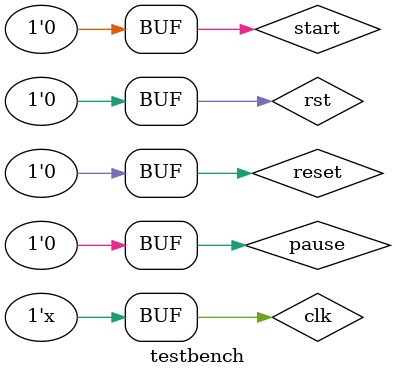
<source format=v>
`timescale 1ns / 1ps

module testbench();

    reg clk;
    reg rst;
    reg start;
    reg reset;
    reg pause;

    wire clr_signal;
    wire add_signal;

    wire [7:0] ms;
    wire [7:0] sec;
    wire [7:0] min;

    wire legal;

    time_accumulator ta(clk, rst, clr_signal, add_signal, ms, sec, min);
    state_converter sc(clk, rst, ms, sec, min, start, pause, reset, clr_signal, add_signal);

    always #5 clk = ~clk;

    initial begin
        start = 0;
        pause = 0;
        reset = 0;
        rst = 1;
        clk = 0;
        #20
        rst = 0;
        
        #10
        start = 1;
        #10
        start = 0;

        #121305
        reset = 1;
        #10
        reset = 0;

        #20
        start = 1;
        #10
        start = 0;
    end

endmodule

</source>
